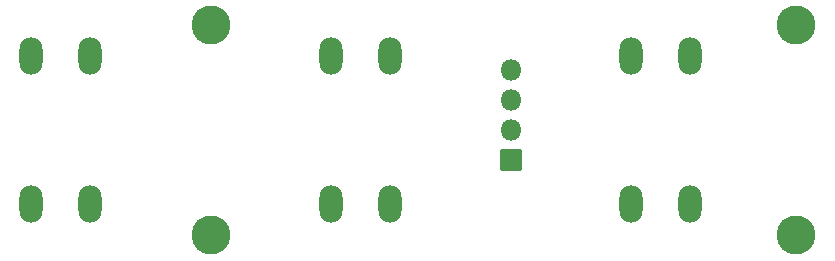
<source format=gbr>
%TF.GenerationSoftware,KiCad,Pcbnew,(6.0.2)*%
%TF.CreationDate,2022-03-25T16:36:57-07:00*%
%TF.ProjectId,buttons,62757474-6f6e-4732-9e6b-696361645f70,rev?*%
%TF.SameCoordinates,Original*%
%TF.FileFunction,Soldermask,Bot*%
%TF.FilePolarity,Negative*%
%FSLAX46Y46*%
G04 Gerber Fmt 4.6, Leading zero omitted, Abs format (unit mm)*
G04 Created by KiCad (PCBNEW (6.0.2)) date 2022-03-25 16:36:57*
%MOMM*%
%LPD*%
G01*
G04 APERTURE LIST*
G04 Aperture macros list*
%AMRoundRect*
0 Rectangle with rounded corners*
0 $1 Rounding radius*
0 $2 $3 $4 $5 $6 $7 $8 $9 X,Y pos of 4 corners*
0 Add a 4 corners polygon primitive as box body*
4,1,4,$2,$3,$4,$5,$6,$7,$8,$9,$2,$3,0*
0 Add four circle primitives for the rounded corners*
1,1,$1+$1,$2,$3*
1,1,$1+$1,$4,$5*
1,1,$1+$1,$6,$7*
1,1,$1+$1,$8,$9*
0 Add four rect primitives between the rounded corners*
20,1,$1+$1,$2,$3,$4,$5,0*
20,1,$1+$1,$4,$5,$6,$7,0*
20,1,$1+$1,$6,$7,$8,$9,0*
20,1,$1+$1,$8,$9,$2,$3,0*%
G04 Aperture macros list end*
%ADD10C,3.301600*%
%ADD11O,1.951600X3.149600*%
%ADD12RoundRect,0.050800X-0.850000X-0.850000X0.850000X-0.850000X0.850000X0.850000X-0.850000X0.850000X0*%
%ADD13O,1.801600X1.801600*%
G04 APERTURE END LIST*
D10*
%TO.C,H4*%
X142240000Y-88900000D03*
%TD*%
D11*
%TO.C,SW1*%
X177840000Y-86250000D03*
X177840000Y-73750000D03*
X182840000Y-73750000D03*
X182840000Y-86250000D03*
%TD*%
%TO.C,SW3*%
X127040000Y-86250000D03*
X127040000Y-73750000D03*
X132040000Y-86250000D03*
X132040000Y-73750000D03*
%TD*%
D10*
%TO.C,H2*%
X191770000Y-88900000D03*
%TD*%
%TO.C,H1*%
X191770000Y-71120000D03*
%TD*%
D11*
%TO.C,SW2*%
X152400000Y-86250000D03*
X152400000Y-73750000D03*
X157400000Y-73750000D03*
X157400000Y-86250000D03*
%TD*%
D10*
%TO.C,H3*%
X142240000Y-71120000D03*
%TD*%
D12*
%TO.C,J1*%
X167640000Y-82550000D03*
D13*
X167640000Y-80010000D03*
X167640000Y-77470000D03*
X167640000Y-74930000D03*
%TD*%
M02*

</source>
